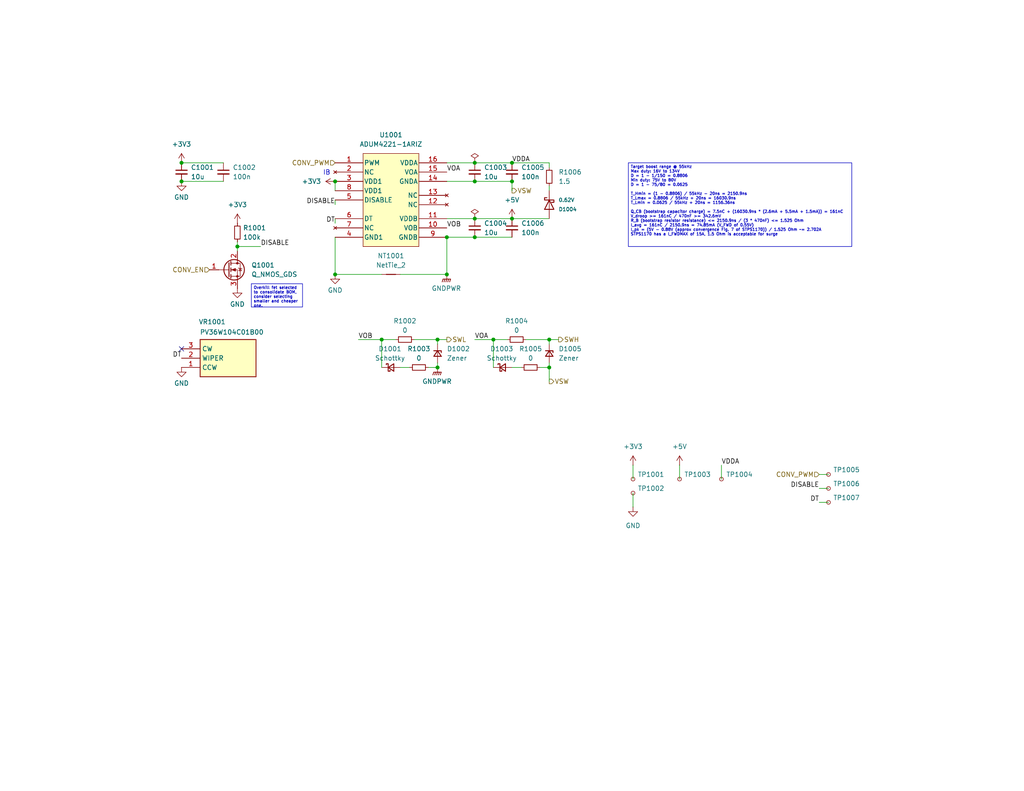
<source format=kicad_sch>
(kicad_sch (version 20231120) (generator "eeschema") (generator_version "8.0")
  (paper "USLetter")
  (title_block (title "Mighty MPPT") (date "2024-08-31") (rev "v0.1.0rc") (comment 1 "Matthew Yu") (comment 2 "Jacob Pustilnik"))
  (lib_symbols
    (symbol "Connector:TestPoint_Small" (pin_numbers hide) (pin_names (offset 0.762) hide)
      (property "Reference" "TP" (at 0 3.81 0))
      (property "Value" "TestPoint_Small" (at 0 2.032 0))
      (symbol "TestPoint_Small_0_1"
        (circle (center 0 0) (radius 0.508))
      )
      (symbol "TestPoint_Small_1_1"
        (pin passive line (at 0 0 90) (length 0) (name "1") (number "1"))
      )
    )
    (symbol "Device:C_Small" (pin_numbers hide) (pin_names (offset 0.254) hide)
      (property "Reference" "C" (at 0.254 1.778 0))
      (property "Value" "C_Small" (at 0.254 -2.032 0))
      (symbol "C_Small_0_1"
        (polyline (pts (xy -1.524 -0.508) (xy 1.524 -0.508)) (stroke (width 0.3302)))
        (polyline (pts (xy -1.524 0.508) (xy 1.524 0.508)) (stroke (width 0.3048)))
      )
      (symbol "C_Small_1_1"
        (pin passive line (at 0 2.54 270) (length 2.032) (name "~") (number "1"))
        (pin passive line (at 0 -2.54 90) (length 2.032) (name "~") (number "2"))
      )
    )
    (symbol "Device:D_Schottky" (pin_numbers hide) (pin_names (offset 1.016) hide)
      (property "Reference" "D" (at 0 2.54 0))
      (property "Value" "D_Schottky" (at 0 -2.54 0))
      (symbol "D_Schottky_0_1"
        (polyline (pts (xy 1.27 0) (xy -1.27 0)))
        (polyline (pts (xy 1.27 1.27) (xy 1.27 -1.27) (xy -1.27 0) (xy 1.27 1.27)) (stroke (width 0.254)))
        (polyline (pts (xy -1.905 0.635) (xy -1.905 1.27) (xy -1.27 1.27) (xy -1.27 -1.27) (xy -0.635 -1.27) (xy -0.635 -0.635)) (stroke (width 0.254)))
      )
      (symbol "D_Schottky_1_1"
        (pin passive line (at -3.81 0 0) (length 2.54) (name "K") (number "1"))
        (pin passive line (at 3.81 0 180) (length 2.54) (name "A") (number "2"))
      )
    )
    (symbol "Device:D_Schottky_Small" (pin_numbers hide) (pin_names (offset 0.254) hide)
      (property "Reference" "D" (at -1.27 2.032 0))
      (property "Value" "D_Schottky_Small" (at -7.112 -2.032 0))
      (symbol "D_Schottky_Small_0_1"
        (polyline (pts (xy -0.762 0) (xy 0.762 0)))
        (polyline (pts (xy 0.762 -1.016) (xy -0.762 0) (xy 0.762 1.016) (xy 0.762 -1.016)) (stroke (width 0.254)))
        (polyline (pts (xy -1.27 0.762) (xy -1.27 1.016) (xy -0.762 1.016) (xy -0.762 -1.016) (xy -0.254 -1.016) (xy -0.254 -0.762)) (stroke (width 0.254)))
      )
      (symbol "D_Schottky_Small_1_1"
        (pin passive line (at -2.54 0 0) (length 1.778) (name "K") (number "1"))
        (pin passive line (at 2.54 0 180) (length 1.778) (name "A") (number "2"))
      )
    )
    (symbol "Device:D_Zener_Small" (pin_numbers hide) (pin_names (offset 0.254) hide)
      (property "Reference" "D" (at 0 2.286 0))
      (property "Value" "D_Zener_Small" (at 0 -2.286 0))
      (symbol "D_Zener_Small_0_1"
        (polyline (pts (xy 0.762 0) (xy -0.762 0)))
        (polyline (pts (xy -0.254 1.016) (xy -0.762 1.016) (xy -0.762 -1.016)) (stroke (width 0.254)))
        (polyline (pts (xy 0.762 1.016) (xy -0.762 0) (xy 0.762 -1.016) (xy 0.762 1.016)) (stroke (width 0.254)))
      )
      (symbol "D_Zener_Small_1_1"
        (pin passive line (at -2.54 0 0) (length 1.778) (name "K") (number "1"))
        (pin passive line (at 2.54 0 180) (length 1.778) (name "A") (number "2"))
      )
    )
    (symbol "Device:NetTie_2" (pin_numbers hide) (pin_names (offset 0) hide) (in_bom no)
      (property "Reference" "NT" (at 0 1.27 0))
      (property "Value" "NetTie_2" (at 0 -1.27 0))
      (symbol "NetTie_2_0_1"
        (polyline (pts (xy -1.27 0) (xy 1.27 0)) (stroke (width 0.254)))
      )
      (symbol "NetTie_2_1_1"
        (pin passive line (at -2.54 0 0) (length 2.54) (name "1") (number "1"))
        (pin passive line (at 2.54 0 180) (length 2.54) (name "2") (number "2"))
      )
    )
    (symbol "Device:Q_NMOS_GDS" (pin_names (offset 0) hide)
      (property "Reference" "Q" (at 5.08 1.27 0))
      (property "Value" "Q_NMOS_GDS" (at 5.08 -1.27 0))
      (symbol "Q_NMOS_GDS_0_1"
        (polyline (pts (xy 0.254 0) (xy -2.54 0)))
        (polyline (pts (xy 0.254 1.905) (xy 0.254 -1.905)) (stroke (width 0.254)))
        (polyline (pts (xy 0.762 -1.27) (xy 0.762 -2.286)) (stroke (width 0.254)))
        (polyline (pts (xy 0.762 0.508) (xy 0.762 -0.508)) (stroke (width 0.254)))
        (polyline (pts (xy 0.762 2.286) (xy 0.762 1.27)) (stroke (width 0.254)))
        (polyline (pts (xy 2.54 2.54) (xy 2.54 1.778)))
        (polyline (pts (xy 2.54 -2.54) (xy 2.54 0) (xy 0.762 0)))
        (polyline (pts (xy 0.762 -1.778) (xy 3.302 -1.778) (xy 3.302 1.778) (xy 0.762 1.778)))
        (polyline (pts (xy 1.016 0) (xy 2.032 0.381) (xy 2.032 -0.381) (xy 1.016 0)) (fill (type outline)))
        (polyline (pts (xy 2.794 0.508) (xy 2.921 0.381) (xy 3.683 0.381) (xy 3.81 0.254)))
        (polyline (pts (xy 3.302 0.381) (xy 2.921 -0.254) (xy 3.683 -0.254) (xy 3.302 0.381)))
        (circle (center 1.651 0) (radius 2.794) (stroke (width 0.254)))
        (circle (center 2.54 -1.778) (radius 0.254) (fill (type outline)))
        (circle (center 2.54 1.778) (radius 0.254) (fill (type outline)))
      )
      (symbol "Q_NMOS_GDS_1_1"
        (pin input line (at -5.08 0 0) (length 2.54) (name "G") (number "1"))
        (pin passive line (at 2.54 5.08 270) (length 2.54) (name "D") (number "2"))
        (pin passive line (at 2.54 -5.08 90) (length 2.54) (name "S") (number "3"))
      )
    )
    (symbol "Device:R_Small" (pin_numbers hide) (pin_names (offset 0.254) hide)
      (property "Reference" "R" (at 0.762 0.508 0))
      (property "Value" "R_Small" (at 0.762 -1.016 0))
      (symbol "R_Small_0_1"
        (rectangle (start -0.762 1.778) (end 0.762 -1.778) (stroke (width 0.2032)))
      )
      (symbol "R_Small_1_1"
        (pin passive line (at 0 2.54 270) (length 0.762) (name "~") (number "1"))
        (pin passive line (at 0 -2.54 90) (length 0.762) (name "~") (number "2"))
      )
    )
    (symbol "ad_ADUM4221_1ARIZ:ADUM4221-1ARIZ" (pin_names (offset 0.254))
      (property "Reference" "U" (at 15.494 9.144 0))
      (property "Value" "ADUM4221-1ARIZ" (at 15.494 6.604 0))
      (symbol "ADUM4221-1ARIZ_0_1"
        (pin output line (at 30.48 -15.24 180) (length 7.62) (name "VOB") (number "10"))
        (pin power_in line (at 30.48 -12.7 180) (length 7.62) (name "VDDB") (number "11"))
        (pin no_connect line (at 30.48 -8.89 180) (length 7.62) (name "NC") (number "12"))
        (pin no_connect line (at 30.48 -6.35 180) (length 7.62) (name "NC") (number "13"))
        (pin power_out line (at 30.48 -2.54 180) (length 7.62) (name "GNDA") (number "14"))
        (pin output line (at 30.48 0 180) (length 7.62) (name "VOA") (number "15"))
        (pin power_in line (at 30.48 2.54 180) (length 7.62) (name "VDDA") (number "16"))
        (pin power_in line (at 0 -2.54 0) (length 7.62) (name "VDD1") (number "3"))
        (pin power_out line (at 0 -17.78 0) (length 7.62) (name "GND1") (number "4"))
        (pin input line (at 0 -7.62 0) (length 7.62) (name "DISABLE") (number "5"))
        (pin input line (at 0 -12.7 0) (length 7.62) (name "DT") (number "6"))
        (pin power_in line (at 0 -5.08 0) (length 7.62) (name "VDD1") (number "8"))
        (pin power_out line (at 30.48 -17.78 180) (length 7.62) (name "GNDB") (number "9"))
      )
      (symbol "ADUM4221-1ARIZ_1_1"
        (rectangle (start 7.62 5.08) (end 22.86 -20.32) (fill (type background)))
        (pin input line (at 0 2.54 0) (length 7.62) (name "PWM") (number "1"))
        (pin no_connect line (at 0 0 0) (length 7.62) (name "NC") (number "2"))
        (pin no_connect line (at 0 -15.24 0) (length 7.62) (name "NC") (number "7"))
      )
    )
    (symbol "bourns_PV36W104C01B00:PV36W104C01B00"
      (property "Reference" "VR" (at -0.254 7.112 0))
      (property "Value" "PV36W104C01B00" (at -0.254 4.572 0))
      (symbol "PV36W104C01B00_1_1"
        (rectangle (start 5.08 2.54) (end 20.32 -7.62) (stroke (width 0.254)) (fill (type background)))
        (pin passive line (at 0 -5.08 0) (length 5.08) (name "CCW") (number "1"))
        (pin passive line (at 0 -2.54 0) (length 5.08) (name "WIPER") (number "2"))
        (pin passive line (at 0 0 0) (length 5.08) (name "CW") (number "3"))
      )
    )
    (symbol "power:+3V3" (power) (pin_numbers hide) (pin_names (offset 0) hide)
      (property "Value" "+3V3" (at 0 3.556 0))
      (symbol "+3V3_0_1"
        (polyline (pts (xy -0.762 1.27) (xy 0 2.54)))
        (polyline (pts (xy 0 0) (xy 0 2.54)))
        (polyline (pts (xy 0 2.54) (xy 0.762 1.27)))
      )
      (symbol "+3V3_1_1"
        (pin power_in line (at 0 0 90) (length 0) (name "~") (number "1"))
      )
    )
    (symbol "power:+5V" (power) (pin_numbers hide) (pin_names (offset 0) hide)
      (property "Value" "+5V" (at 0 3.556 0))
      (symbol "+5V_0_1"
        (polyline (pts (xy -0.762 1.27) (xy 0 2.54)))
        (polyline (pts (xy 0 0) (xy 0 2.54)))
        (polyline (pts (xy 0 2.54) (xy 0.762 1.27)))
      )
      (symbol "+5V_1_1"
        (pin power_in line (at 0 0 90) (length 0) (name "~") (number "1"))
      )
    )
    (symbol "power:GND" (power) (pin_numbers hide) (pin_names (offset 0) hide)
      (property "Value" "GND" (at 0 -3.81 0))
      (symbol "GND_0_1"
        (polyline (pts (xy 0 0) (xy 0 -1.27) (xy 1.27 -1.27) (xy 0 -2.54) (xy -1.27 -1.27) (xy 0 -1.27)))
      )
      (symbol "GND_1_1"
        (pin power_in line (at 0 0 270) (length 0) (name "~") (number "1"))
      )
    )
    (symbol "power:GNDPWR" (power) (pin_numbers hide) (pin_names (offset 0) hide)
      (property "Value" "GNDPWR" (at 0 -3.302 0))
      (symbol "GNDPWR_0_1"
        (polyline (pts (xy 0 -1.27) (xy 0 0)))
        (polyline (pts (xy -1.016 -1.27) (xy -1.27 -2.032) (xy -1.27 -2.032)) (stroke (width 0.2032)))
        (polyline (pts (xy -0.508 -1.27) (xy -0.762 -2.032) (xy -0.762 -2.032)) (stroke (width 0.2032)))
        (polyline (pts (xy 0 -1.27) (xy -0.254 -2.032) (xy -0.254 -2.032)) (stroke (width 0.2032)))
        (polyline (pts (xy 0.508 -1.27) (xy 0.254 -2.032) (xy 0.254 -2.032)) (stroke (width 0.2032)))
        (polyline (pts (xy 1.016 -1.27) (xy -1.016 -1.27) (xy -1.016 -1.27)) (stroke (width 0.2032)))
        (polyline (pts (xy 1.016 -1.27) (xy 0.762 -2.032) (xy 0.762 -2.032) (xy 0.762 -2.032)) (stroke (width 0.2032)))
      )
      (symbol "GNDPWR_1_1"
        (pin power_in line (at 0 0 270) (length 0) (name "~") (number "1"))
      )
    )
    (symbol "power:PWR_FLAG" (power) (pin_numbers hide) (pin_names (offset 0) hide)
      (property "Value" "PWR_FLAG" (at 0 3.81 0))
      (symbol "PWR_FLAG_0_0"
        (pin power_out line (at 0 0 90) (length 0) (name "~") (number "1"))
      )
      (symbol "PWR_FLAG_0_1"
        (polyline (pts (xy 0 0) (xy 0 1.27) (xy -1.016 1.905) (xy 0 2.54) (xy 1.016 1.905) (xy 0 1.27)))
      )
    )
  )
  (junction (at 64.77 67.31))
  (junction (at 91.44 74.93))
  (junction (at 129.54 49.53))
  (junction (at 104.14 92.71))
  (junction (at 121.92 74.93))
  (junction (at 129.54 59.69))
  (junction (at 49.53 49.53))
  (junction (at 139.7 59.69))
  (junction (at 129.54 64.77))
  (junction (at 139.7 44.45))
  (junction (at 149.86 100.33))
  (junction (at 121.92 64.77))
  (junction (at 134.62 92.71))
  (junction (at 49.53 44.45))
  (junction (at 139.7 49.53))
  (junction (at 119.38 92.71))
  (junction (at 129.54 44.45))
  (junction (at 149.86 92.71))
  (junction (at 119.38 100.33))
  (junction (at 91.44 49.53))
  (no_connect (at 49.53 95.25))
  (wire (pts (xy 129.54 59.69) (xy 139.7 59.69)))
  (wire (pts (xy 139.7 44.45) (xy 149.86 44.45)))
  (wire (pts (xy 121.92 64.77) (xy 129.54 64.77)))
  (wire (pts (xy 104.14 92.71) (xy 104.14 100.33)))
  (wire (pts (xy 121.92 74.93) (xy 121.92 64.77)))
  (wire (pts (xy 143.51 92.71) (xy 149.86 92.71)))
  (wire (pts (xy 149.86 45.72) (xy 149.86 44.45)))
  (wire (pts (xy 185.42 127) (xy 185.42 130.81)))
  (wire (pts (xy 139.7 100.33) (xy 142.24 100.33)))
  (wire (pts (xy 129.54 44.45) (xy 139.7 44.45)))
  (wire (pts (xy 107.95 92.71) (xy 104.14 92.71)))
  (wire (pts (xy 149.86 93.98) (xy 149.86 92.71)))
  (wire (pts (xy 121.92 44.45) (xy 129.54 44.45)))
  (wire (pts (xy 223.52 133.35) (xy 226.06 133.35)))
  (wire (pts (xy 129.54 92.71) (xy 134.62 92.71)))
  (wire (pts (xy 113.03 92.71) (xy 119.38 92.71)))
  (wire (pts (xy 91.44 74.93) (xy 104.14 74.93)))
  (wire (pts (xy 64.77 66.04) (xy 64.77 67.31)))
  (wire (pts (xy 121.92 49.53) (xy 129.54 49.53)))
  (wire (pts (xy 196.85 127) (xy 196.85 130.81)))
  (wire (pts (xy 91.44 49.53) (xy 91.44 52.07)))
  (wire (pts (xy 109.22 100.33) (xy 111.76 100.33)))
  (wire (pts (xy 172.72 134.62) (xy 172.72 138.43)))
  (wire (pts (xy 172.72 127) (xy 172.72 130.81)))
  (wire (pts (xy 149.86 92.71) (xy 152.4 92.71)))
  (wire (pts (xy 91.44 55.88) (xy 91.44 54.61)))
  (wire (pts (xy 223.52 137.16) (xy 226.06 137.16)))
  (wire (pts (xy 71.12 67.31) (xy 64.77 67.31)))
  (wire (pts (xy 129.54 49.53) (xy 139.7 49.53)))
  (wire (pts (xy 119.38 99.06) (xy 119.38 100.33)))
  (wire (pts (xy 149.86 100.33) (xy 147.32 100.33)))
  (wire (pts (xy 49.53 49.53) (xy 60.96 49.53)))
  (wire (pts (xy 119.38 100.33) (xy 116.84 100.33)))
  (wire (pts (xy 121.92 59.69) (xy 129.54 59.69)))
  (wire (pts (xy 139.7 49.53) (xy 139.7 52.07)))
  (wire (pts (xy 91.44 60.96) (xy 91.44 59.69)))
  (wire (pts (xy 129.54 64.77) (xy 139.7 64.77)))
  (wire (pts (xy 149.86 50.8) (xy 149.86 52.07)))
  (wire (pts (xy 119.38 92.71) (xy 121.92 92.71)))
  (wire (pts (xy 91.44 74.93) (xy 91.44 64.77)))
  (wire (pts (xy 149.86 100.33) (xy 149.86 104.14)))
  (wire (pts (xy 134.62 92.71) (xy 134.62 100.33)))
  (wire (pts (xy 223.52 129.54) (xy 226.06 129.54)))
  (wire (pts (xy 97.79 92.71) (xy 104.14 92.71)))
  (wire (pts (xy 139.7 59.69) (xy 149.86 59.69)))
  (wire (pts (xy 149.86 99.06) (xy 149.86 100.33)))
  (wire (pts (xy 49.53 44.45) (xy 60.96 44.45)))
  (wire (pts (xy 138.43 92.71) (xy 134.62 92.71)))
  (wire (pts (xy 109.22 74.93) (xy 121.92 74.93)))
  (wire (pts (xy 64.77 67.31) (xy 64.77 68.58)))
  (wire (pts (xy 119.38 93.98) (xy 119.38 92.71)))
  (text_box "Target boost range @ 55kHz\nMax duty: 16V to 134V\nD = 1 - 1/150 = 0.8806\nMin duty: 75V to 80V \nD = 1 - 75/80 = 0.0625\n\nT_Hmin = (1 - 0.8806) / 55kHz - 20ns = 2150.9ns\nT_Lmax = 0.8806 / 55kHz + 20ns = 16030.9ns\nT_Lmin = 0.0625 / 55kHz + 20ns = 1156.36ns\n\nQ_CB (bootstrap capacitor charge) = 7.5nC + (16030.9ns * (2.6mA + 5.5mA + 1.5mA)) = 161nC\nV_droop >= 161nC / 470nF >= 342.6mV\nR_B (bootstrap resistor resistance) <= 2150.9ns / (3 * 470nF) <= 1.525 Ohm\nI_avg = 161nC / 2150.9ns = 74.85mA (V_FWD of 0.55V)\nI_pk = (5V - 0.88V (approx convergence Fig. 7 of STPS1170)) / 1.525 Ohm ~= 2.702A\nSTPS1170 has a I_FWDMAX of 15A, 1.5 Ohm is acceptable for surge\n" (at 171.45 44.45 0) (size 60.96 22.86) (effects (font (size 0.762 0.762)) (justify left top)))
  (text_box "Overkill fet selected to consolidate BOM, \nconsider selecting smaller and cheaper one." (at 68.58 77.47 0) (size 13.97 6.35) (effects (font (size 0.762 0.762)) (justify left top)))
  (text "IB\n" (at 89.154 47.244 0) (effects (font (size 1.27 1.27))))
  (label "VOB" (at 97.79 92.71 0))
  (label "DISABLE" (at 91.44 55.88 180))
  (label "DT" (at 91.44 60.96 180))
  (label "VDDA" (at 196.85 127 0))
  (label "DISABLE" (at 71.12 67.31 0))
  (label "DT" (at 223.52 137.16 180))
  (label "VDDA" (at 139.7 44.45 0))
  (label "DISABLE" (at 223.52 133.35 180))
  (label "VOB" (at 121.92 62.23 0))
  (label "DT" (at 49.53 97.79 180))
  (label "VOA" (at 121.92 46.99 0))
  (label "VOA" (at 129.54 92.71 0))
  (hierarchical_label "CONV_PWM" (shape input) (at 91.44 44.45 180))
  (hierarchical_label "CONV_PWM" (shape input) (at 223.52 129.54 180))
  (hierarchical_label "SWH" (shape output) (at 152.4 92.71 0))
  (hierarchical_label "VSW" (shape output) (at 139.7 52.07 0))
  (hierarchical_label "SWL" (shape output) (at 121.92 92.71 0))
  (hierarchical_label "CONV_EN" (shape input) (at 57.15 73.66 180))
  (hierarchical_label "VSW" (shape output) (at 149.86 104.14 0))
  (symbol (lib_id "power:+3V3") (at 49.53 44.45 0) (unit 1)
    (property "Reference" "#PWR01001" (effects (hide yes)))
    (property "Value" "+3V3" (at 49.53 39.37 0))
    (property "Description" "Power symbol creates a global label with name \"+3V3\"" (effects (hide yes)))
  )
  (symbol (lib_id "power:GNDPWR") (at 121.92 74.93 0) (unit 1)
    (property "Reference" "#PWR01009" (effects (hide yes)))
    (property "Value" "GNDPWR" (at 121.793 78.74 0))
    (property "Description" "Power symbol creates a global label with name \"GNDPWR\" , global ground" (effects (hide yes)))
  )
  (symbol (lib_id "power:GND") (at 91.44 74.93 0) (mirror y) (unit 1)
    (property "Reference" "#PWR01007" (effects (hide yes)))
    (property "Value" "GND" (at 91.44 79.248 0))
    (property "Description" "Power symbol creates a global label with name \"GND\" , ground" (effects (hide yes)))
  )
  (symbol (lib_id "Connector:TestPoint_Small") (at 172.72 134.62 0) (unit 1)
    (property "Reference" "TP1002" (at 173.99 133.3499 0) (effects (justify left)))
    (property "Value" "TestPoint_Small" (effects (hide yes)))
    (property "Footprint" "TestPoint:TestPoint_Pad_D1.0mm" (effects (hide yes)))
    (property "Description" "test point" (effects (hide yes)))
  )
  (symbol (lib_id "Device:D_Schottky") (at 149.86 55.88 90) (mirror x) (unit 1)
    (property "Reference" "D1004" (at 152.4 57.15 90) (effects (font (size 1 1)) (justify right)))
    (property "Value" "0.62V" (at 152.4 54.61 90) (effects (font (size 1 1)) (justify right)))
    (property "Footprint" "Diode_SMD:D_SMA" (effects (hide yes)))
    (property "Datasheet" "https://www.mouser.com/datasheet/2/389/stps1170-1851401.pdf" (effects (hide yes)))
    (property "Manufacturer" "STMicroelectronics" (effects (hide yes)))
    (property "P/N" "511-STPS1170AF" (effects (hide yes)))
  )
  (symbol (lib_id "power:GND") (at 64.77 78.74 0) (mirror y) (unit 1)
    (property "Reference" "#PWR01005" (effects (hide yes)))
    (property "Value" "GND" (at 64.77 83.058 0))
    (property "Description" "Power symbol creates a global label with name \"GND\" , ground" (effects (hide yes)))
  )
  (symbol (lib_id "Device:NetTie_2") (at 106.68 74.93 0) (unit 1)
    (property "Reference" "NT1001" (at 106.68 69.85 0))
    (property "Value" "NetTie_2" (at 106.68 72.39 0))
    (property "Footprint" "NetTie:NetTie-2_SMD_Pad0.5mm" (effects (hide yes)))
    (property "Description" "Net tie, 2 pins" (effects (hide yes)))
  )
  (symbol (lib_id "Device:R_Small") (at 144.78 100.33 90) (unit 1)
    (property "Reference" "R1005" (at 144.78 95.25 90))
    (property "Value" "0" (at 144.78 97.79 90))
    (property "Footprint" "Resistor_SMD:R_0805_2012Metric_Pad1.20x1.40mm_HandSolder" (effects (hide yes)))
    (property "Datasheet" "https://www.vishay.com/docs/20035/dcrcwe3.pdf" (effects (hide yes)))
    (property "Description" "Resistor, small symbol" (effects (hide yes)))
    (property "Manufacturer" "Vishay / Dale" (effects (hide yes)))
    (property "P/N" "CRCW08050000Z0EAHP " (effects (hide yes)))
  )
  (symbol (lib_id "power:GNDPWR") (at 119.38 100.33 0) (unit 1)
    (property "Reference" "#PWR01008" (effects (hide yes)))
    (property "Value" "GNDPWR" (at 119.253 104.14 0))
    (property "Description" "Power symbol creates a global label with name \"GNDPWR\" , global ground" (effects (hide yes)))
  )
  (symbol (lib_id "Connector:TestPoint_Small") (at 185.42 130.81 0) (unit 1)
    (property "Reference" "TP1003" (at 186.69 129.5399 0) (effects (justify left)))
    (property "Value" "TestPoint_Small" (effects (hide yes)))
    (property "Footprint" "TestPoint:TestPoint_Pad_D1.0mm" (effects (hide yes)))
    (property "Description" "test point" (effects (hide yes)))
  )
  (symbol (lib_id "Connector:TestPoint_Small") (at 172.72 130.81 0) (unit 1)
    (property "Reference" "TP1001" (at 173.99 129.5399 0) (effects (justify left)))
    (property "Value" "TestPoint_Small" (effects (hide yes)))
    (property "Footprint" "TestPoint:TestPoint_Pad_D1.0mm" (effects (hide yes)))
    (property "Description" "test point" (effects (hide yes)))
  )
  (symbol (lib_id "power:+3V3") (at 91.44 49.53 90) (unit 1)
    (property "Reference" "#PWR01006" (effects (hide yes)))
    (property "Value" "+3V3" (at 87.63 49.5299 90) (effects (justify left)))
    (property "Description" "Power symbol creates a global label with name \"+3V3\"" (effects (hide yes)))
  )
  (symbol (lib_id "Device:R_Small") (at 110.49 92.71 90) (unit 1)
    (property "Reference" "R1002" (at 110.49 87.63 90))
    (property "Value" "0" (at 110.49 90.17 90))
    (property "Footprint" "Resistor_SMD:R_0805_2012Metric_Pad1.20x1.40mm_HandSolder" (effects (hide yes)))
    (property "Datasheet" "https://www.vishay.com/docs/20035/dcrcwe3.pdf" (effects (hide yes)))
    (property "Description" "Resistor, small symbol" (effects (hide yes)))
    (property "Manufacturer" "Vishay / Dale" (effects (hide yes)))
    (property "P/N" "CRCW08050000Z0EAHP " (effects (hide yes)))
  )
  (symbol (lib_id "bourns_PV36W104C01B00:PV36W104C01B00") (at 49.53 95.25 0) (unit 1)
    (property "Reference" "VR1001" (at 57.912 87.884 0))
    (property "Value" "PV36W104C01B00" (at 63.246 90.678 0))
    (property "Footprint" "footprints:bourns_PV36W201C01B00" (effects (hide yes)))
    (property "Datasheet" "https://www.bourns.com/docs/Product-Datasheets/pv36.pdf" (effects (hide yes)))
    (property "Description" "Lead Sealed MultiTurn Trimmer Pot,100K-W" (effects (hide yes)))
    (property "Manufacturer" "Bourns" (effects (hide yes)))
    (property "P/N" "PV36W104C01B00" (effects (hide yes)))
  )
  (symbol (lib_id "Device:C_Small") (at 129.54 46.99 0) (unit 1)
    (property "Reference" "C1003" (at 132.08 45.7262 0) (effects (justify left)))
    (property "Value" "10u" (at 132.08 48.2662 0) (effects (justify left)))
    (property "Footprint" "Capacitor_SMD:C_1206_3216Metric_Pad1.33x1.80mm_HandSolder" (effects (hide yes)))
    (property "Datasheet" "https://product.tdk.com/en/search/capacitor/ceramic/mlcc/info?part_no=CGA5L1X7R1E106K160AC" (effects (hide yes)))
    (property "Description" "Unpolarized capacitor, small symbol" (effects (hide yes)))
    (property "Manufacturer" "TDK" (effects (hide yes)))
    (property "P/N" "CGA5L1X7R1E106K160AC " (effects (hide yes)))
    (property "Notes" "10V Rating" (effects (hide yes)))
  )
  (symbol (lib_id "Device:C_Small") (at 139.7 46.99 0) (unit 1)
    (property "Reference" "C1005" (at 142.24 45.7262 0) (effects (justify left)))
    (property "Value" "100n" (at 142.24 48.2662 0) (effects (justify left)))
    (property "Footprint" "Capacitor_SMD:C_0402_1005Metric_Pad0.74x0.62mm_HandSolder" (effects (hide yes)))
    (property "Datasheet" "https://product.tdk.com/en/search/capacitor/ceramic/mlcc/info?part_no=CGA2B3X7R1H104K050BB" (effects (hide yes)))
    (property "Description" "Unpolarized capacitor, small symbol" (effects (hide yes)))
    (property "Manufacturer" "TDK" (effects (hide yes)))
    (property "P/N" "CGA2B3X7R1H104K050BB" (effects (hide yes)))
    (property "Notes" "10V Rating" (effects (hide yes)))
  )
  (symbol (lib_id "power:+5V") (at 185.42 127 0) (unit 1)
    (property "Reference" "#PWR01013" (effects (hide yes)))
    (property "Value" "+5V" (at 185.42 121.92 0))
    (property "Description" "Power symbol creates a global label with name \"+5V\"" (effects (hide yes)))
  )
  (symbol (lib_id "Device:D_Zener_Small") (at 149.86 96.52 270) (unit 1)
    (property "Reference" "D1005" (at 152.4 95.2499 90) (effects (justify left)))
    (property "Value" "Zener" (at 152.4 97.7899 90) (effects (justify left)))
    (property "Footprint" "Diode_SMD:D_SOD-123F" (effects (hide yes)))
    (property "Datasheet" "https://www.mouser.com/datasheet/2/115/DIOD_S_A0002026508_1-2542066.pdf" (effects (hide yes)))
    (property "Description" "Zener diode, small symbol" (effects (hide yes)))
    (property "Manufacturer" "Diodes Incorporated" (effects (hide yes)))
    (property "Notes" "5.1V  Standoff" (effects (hide yes)))
    (property "P/N" " BZT52HC5V1WF-7 " (effects (hide yes)))
  )
  (symbol (lib_id "Connector:TestPoint_Small") (at 196.85 130.81 0) (unit 1)
    (property "Reference" "TP1004" (at 198.12 129.5399 0) (effects (justify left)))
    (property "Value" "TestPoint_Small" (effects (hide yes)))
    (property "Footprint" "TestPoint:TestPoint_Pad_D1.0mm" (effects (hide yes)))
    (property "Description" "test point" (effects (hide yes)))
  )
  (symbol (lib_id "power:PWR_FLAG") (at 129.54 59.69 0) (unit 1)
    (property "Reference" "#FLG01002" (effects (hide yes)))
    (property "Value" "PWR_FLAG" (effects (hide yes)))
    (property "Description" "Special symbol for telling ERC where power comes from" (effects (hide yes)))
  )
  (symbol (lib_id "Device:C_Small") (at 129.54 62.23 0) (unit 1)
    (property "Reference" "C1004" (at 132.08 60.9662 0) (effects (justify left)))
    (property "Value" "10u" (at 132.08 63.5062 0) (effects (justify left)))
    (property "Footprint" "Capacitor_SMD:C_1206_3216Metric_Pad1.33x1.80mm_HandSolder" (effects (hide yes)))
    (property "Datasheet" "https://product.tdk.com/en/search/capacitor/ceramic/mlcc/info?part_no=CGA5L1X7R1E106K160AC" (effects (hide yes)))
    (property "Description" "Unpolarized capacitor, small symbol" (effects (hide yes)))
    (property "Manufacturer" "TDK" (effects (hide yes)))
    (property "P/N" "CGA5L1X7R1E106K160AC " (effects (hide yes)))
    (property "Notes" "10V Rating" (effects (hide yes)))
  )
  (symbol (lib_id "power:PWR_FLAG") (at 129.54 44.45 0) (unit 1)
    (property "Reference" "#FLG01001" (effects (hide yes)))
    (property "Value" "PWR_FLAG" (effects (hide yes)))
    (property "Description" "Special symbol for telling ERC where power comes from" (effects (hide yes)))
  )
  (symbol (lib_id "power:+5V") (at 139.7 59.69 0) (unit 1)
    (property "Reference" "#PWR01010" (effects (hide yes)))
    (property "Value" "+5V" (at 139.7 54.61 0))
    (property "Description" "Power symbol creates a global label with name \"+5V\"" (effects (hide yes)))
  )
  (symbol (lib_id "Connector:TestPoint_Small") (at 226.06 133.35 0) (unit 1)
    (property "Reference" "TP1006" (at 227.33 132.0799 0) (effects (justify left)))
    (property "Value" "TestPoint_Small" (effects (hide yes)))
    (property "Footprint" "TestPoint:TestPoint_Pad_D1.0mm" (effects (hide yes)))
    (property "Description" "test point" (effects (hide yes)))
  )
  (symbol (lib_id "power:GND") (at 49.53 100.33 0) (mirror y) (unit 1)
    (property "Reference" "#PWR01003" (effects (hide yes)))
    (property "Value" "GND" (at 49.53 104.648 0))
    (property "Description" "Power symbol creates a global label with name \"GND\" , ground" (effects (hide yes)))
  )
  (symbol (lib_id "Device:R_Small") (at 149.86 48.26 180) (unit 1)
    (property "Reference" "R1006" (at 152.4 46.9899 0) (effects (justify right)))
    (property "Value" "1.5" (at 152.4 49.5299 0) (effects (justify right)))
    (property "Footprint" "Resistor_SMD:R_1210_3225Metric_Pad1.30x2.65mm_HandSolder" (effects (hide yes)))
    (property "Datasheet" "https://www.vishay.com/doc?30332" (effects (hide yes)))
    (property "Description" "Resistor, small symbol" (effects (hide yes)))
    (property "Manufacturer" "Vishay / Dale" (effects (hide yes)))
    (property "P/N" "CRCW12101R50JNEA " (effects (hide yes)))
  )
  (symbol (lib_id "Connector:TestPoint_Small") (at 226.06 129.54 0) (unit 1)
    (property "Reference" "TP1005" (at 227.33 128.2699 0) (effects (justify left)))
    (property "Value" "TestPoint_Small" (effects (hide yes)))
    (property "Footprint" "TestPoint:TestPoint_Pad_D1.0mm" (effects (hide yes)))
    (property "Description" "test point" (effects (hide yes)))
  )
  (symbol (lib_id "Device:D_Schottky_Small") (at 137.16 100.33 0) (unit 1)
    (property "Reference" "D1003" (at 136.906 95.25 0))
    (property "Value" "Schottky" (at 136.906 97.79 0))
    (property "Footprint" "Diode_SMD:D_SOD-123F" (effects (hide yes)))
    (property "Datasheet" "https://www.mouser.com/datasheet/2/115/DIOD_S_A0002960396_1-2542090.pdf" (effects (hide yes)))
    (property "Description" "Schottky diode, small symbol" (effects (hide yes)))
    (property "Manufacturer" "Diodes Incorporated" (effects (hide yes)))
    (property "P/N" " SBR3U40S1F-7 " (effects (hide yes)))
  )
  (symbol (lib_id "Device:R_Small") (at 140.97 92.71 90) (unit 1)
    (property "Reference" "R1004" (at 140.97 87.63 90))
    (property "Value" "0" (at 140.97 90.17 90))
    (property "Footprint" "Resistor_SMD:R_0805_2012Metric_Pad1.20x1.40mm_HandSolder" (effects (hide yes)))
    (property "Datasheet" "https://www.vishay.com/docs/20035/dcrcwe3.pdf" (effects (hide yes)))
    (property "Description" "Resistor, small symbol" (effects (hide yes)))
    (property "Manufacturer" "Vishay / Dale" (effects (hide yes)))
    (property "P/N" "CRCW08050000Z0EAHP " (effects (hide yes)))
  )
  (symbol (lib_id "Device:D_Zener_Small") (at 119.38 96.52 270) (unit 1)
    (property "Reference" "D1002" (at 121.92 95.2499 90) (effects (justify left)))
    (property "Value" "Zener" (at 121.92 97.7899 90) (effects (justify left)))
    (property "Footprint" "Diode_SMD:D_SOD-123F" (effects (hide yes)))
    (property "Datasheet" "https://www.mouser.com/datasheet/2/115/DIOD_S_A0002026508_1-2542066.pdf" (effects (hide yes)))
    (property "Description" "Zener diode, small symbol" (effects (hide yes)))
    (property "Manufacturer" "Diodes Incorporated" (effects (hide yes)))
    (property "Notes" "5.1V  Standoff" (effects (hide yes)))
    (property "P/N" " BZT52HC5V1WF-7 " (effects (hide yes)))
  )
  (symbol (lib_id "power:+3V3") (at 172.72 127 0) (unit 1)
    (property "Reference" "#PWR01011" (effects (hide yes)))
    (property "Value" "+3V3" (at 172.72 121.92 0))
    (property "Description" "Power symbol creates a global label with name \"+3V3\"" (effects (hide yes)))
  )
  (symbol (lib_id "Device:D_Schottky_Small") (at 106.68 100.33 0) (unit 1)
    (property "Reference" "D1001" (at 106.426 95.25 0))
    (property "Value" "Schottky" (at 106.426 97.79 0))
    (property "Footprint" "Diode_SMD:D_SOD-123F" (effects (hide yes)))
    (property "Datasheet" "https://www.mouser.com/datasheet/2/115/DIOD_S_A0002960396_1-2542090.pdf" (effects (hide yes)))
    (property "Description" "Schottky diode, small symbol" (effects (hide yes)))
    (property "Manufacturer" "Diodes Incorporated" (effects (hide yes)))
    (property "P/N" " SBR3U40S1F-7 " (effects (hide yes)))
  )
  (symbol (lib_id "power:GND") (at 172.72 138.43 0) (unit 1)
    (property "Reference" "#PWR01012" (effects (hide yes)))
    (property "Value" "GND" (at 172.72 143.51 0))
    (property "Description" "Power symbol creates a global label with name \"GND\" , ground" (effects (hide yes)))
  )
  (symbol (lib_id "Device:C_Small") (at 60.96 46.99 0) (unit 1)
    (property "Reference" "C1002" (at 63.5 45.7262 0) (effects (justify left)))
    (property "Value" "100n" (at 63.5 48.2662 0) (effects (justify left)))
    (property "Footprint" "Capacitor_SMD:C_0402_1005Metric_Pad0.74x0.62mm_HandSolder" (effects (hide yes)))
    (property "Datasheet" "https://product.tdk.com/en/search/capacitor/ceramic/mlcc/info?part_no=CGA2B3X7R1H104K050BB" (effects (hide yes)))
    (property "Description" "Unpolarized capacitor, small symbol" (effects (hide yes)))
    (property "Manufacturer" "TDK" (effects (hide yes)))
    (property "P/N" "CGA2B3X7R1H104K050BB" (effects (hide yes)))
    (property "Notes" "3.3V Rating" (effects (hide yes)))
  )
  (symbol (lib_id "Device:Q_NMOS_GDS") (at 62.23 73.66 0) (unit 1)
    (property "Reference" "Q1001" (at 68.58 72.3899 0) (effects (justify left)))
    (property "Value" "Q_NMOS_GDS" (at 68.58 74.9299 0) (effects (justify left)))
    (property "Footprint" "Package_TO_SOT_SMD:SOT-223-3_TabPin2" (effects (hide yes)))
    (property "Datasheet" "https://www.mouser.com/datasheet/2/196/Infineon_BSP297_DS_v02_02_en-1226465.pdf" (effects (hide yes)))
    (property "Description" "N-MOSFET transistor, gate/drain/source" (effects (hide yes)))
    (property "Manufacturer" "Infineon" (effects (hide yes)))
    (property "P/N" "BSP297H6327" (effects (hide yes)))
  )
  (symbol (lib_id "power:+3V3") (at 64.77 60.96 0) (unit 1)
    (property "Reference" "#PWR01004" (effects (hide yes)))
    (property "Value" "+3V3" (at 64.77 55.88 0))
    (property "Description" "Power symbol creates a global label with name \"+3V3\"" (effects (hide yes)))
  )
  (symbol (lib_id "Device:C_Small") (at 139.7 62.23 0) (unit 1)
    (property "Reference" "C1006" (at 142.24 60.9662 0) (effects (justify left)))
    (property "Value" "100n" (at 142.24 63.5062 0) (effects (justify left)))
    (property "Footprint" "Capacitor_SMD:C_0402_1005Metric_Pad0.74x0.62mm_HandSolder" (effects (hide yes)))
    (property "Datasheet" "https://product.tdk.com/en/search/capacitor/ceramic/mlcc/info?part_no=CGA2B3X7R1H104K050BB" (effects (hide yes)))
    (property "Description" "Unpolarized capacitor, small symbol" (effects (hide yes)))
    (property "Manufacturer" "TDK" (effects (hide yes)))
    (property "P/N" "CGA2B3X7R1H104K050BB" (effects (hide yes)))
    (property "Notes" "10V Rating" (effects (hide yes)))
  )
  (symbol (lib_id "Device:R_Small") (at 64.77 63.5 0) (unit 1)
    (property "Reference" "R1001" (at 66.294 62.23 0) (effects (justify left)))
    (property "Value" "100k" (at 66.294 64.77 0) (effects (justify left)))
    (property "Footprint" "Resistor_SMD:R_0603_1608Metric_Pad0.98x0.95mm_HandSolder" (effects (hide yes)))
    (property "Datasheet" "https://www.vishay.com/docs/20035/dcrcwe3.pdf" (effects (hide yes)))
    (property "Description" "Resistor, small symbol" (effects (hide yes)))
    (property "Manufacturer" "Vishay / Dale" (effects (hide yes)))
    (property "P/N" "CRCW0603100KFKEA " (effects (hide yes)))
  )
  (symbol (lib_id "power:GND") (at 49.53 49.53 0) (unit 1)
    (property "Reference" "#PWR01002" (effects (hide yes)))
    (property "Value" "GND" (at 49.53 53.848 0))
    (property "Description" "Power symbol creates a global label with name \"GND\" , ground" (effects (hide yes)))
  )
  (symbol (lib_id "ad_ADUM4221_1ARIZ:ADUM4221-1ARIZ") (at 91.44 46.99 0) (unit 1)
    (property "Reference" "U1001" (at 106.68 36.83 0))
    (property "Value" "ADUM4221-1ARIZ" (at 106.68 39.37 0))
    (property "Footprint" "footprints:ad_ADUM4221_1ARIZ" (effects (hide yes)))
    (property "Datasheet" "https://www.mouser.com/datasheet/2/609/adum4221_4221_1_4221_2-3121810.pdf" (effects (hide yes)))
    (property "Manufacturer" "Analog Devices" (effects (hide yes)))
    (property "P/N" "ADUM4221-1ARIZ" (effects (hide yes)))
  )
  (symbol (lib_id "Device:C_Small") (at 49.53 46.99 0) (unit 1)
    (property "Reference" "C1001" (at 52.07 45.7262 0) (effects (justify left)))
    (property "Value" "10u" (at 52.07 48.2662 0) (effects (justify left)))
    (property "Footprint" "Capacitor_SMD:C_1206_3216Metric_Pad1.33x1.80mm_HandSolder" (effects (hide yes)))
    (property "Datasheet" "https://product.tdk.com/en/search/capacitor/ceramic/mlcc/info?part_no=CGA5L1X7R1E106K160AC" (effects (hide yes)))
    (property "Description" "Unpolarized capacitor, small symbol" (effects (hide yes)))
    (property "Manufacturer" "TDK" (effects (hide yes)))
    (property "P/N" "CGA5L1X7R1E106K160AC " (effects (hide yes)))
    (property "Notes" "3.3V Rating" (effects (hide yes)))
  )
  (symbol (lib_id "Device:R_Small") (at 114.3 100.33 90) (unit 1)
    (property "Reference" "R1003" (at 114.3 95.25 90))
    (property "Value" "0" (at 114.3 97.79 90))
    (property "Footprint" "Resistor_SMD:R_0805_2012Metric_Pad1.20x1.40mm_HandSolder" (effects (hide yes)))
    (property "Datasheet" "https://www.vishay.com/docs/20035/dcrcwe3.pdf" (effects (hide yes)))
    (property "Description" "Resistor, small symbol" (effects (hide yes)))
    (property "Manufacturer" "Vishay / Dale" (effects (hide yes)))
    (property "P/N" "CRCW08050000Z0EAHP " (effects (hide yes)))
  )
  (symbol (lib_id "Connector:TestPoint_Small") (at 226.06 137.16 0) (unit 1)
    (property "Reference" "TP1007" (at 227.33 135.8899 0) (effects (justify left)))
    (property "Value" "TestPoint_Small" (effects (hide yes)))
    (property "Footprint" "TestPoint:TestPoint_Pad_D1.0mm" (effects (hide yes)))
    (property "Description" "test point" (effects (hide yes)))
  )
)
</source>
